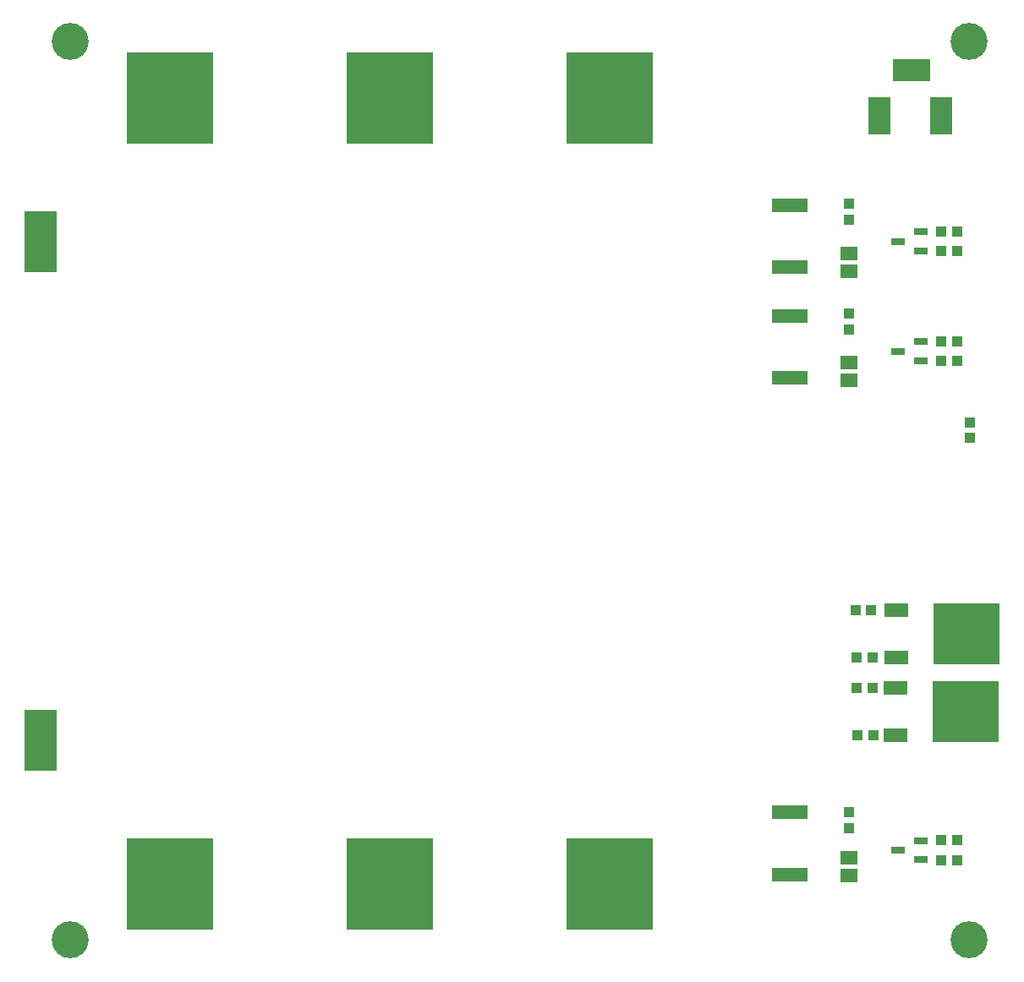
<source format=gbs>
G04*
G04 #@! TF.GenerationSoftware,Altium Limited,Altium Designer,20.0.2 (26)*
G04*
G04 Layer_Color=16711935*
%FSLAX25Y25*%
%MOIN*%
G70*
G01*
G75*
%ADD28R,0.05524X0.02769*%
%ADD29R,0.03950X0.04147*%
%ADD30R,0.04147X0.03950*%
%ADD32R,0.06587X0.05367*%
%ADD34R,0.14265X0.05721*%
%ADD37R,0.34265X0.36233*%
%ADD38R,0.12611X0.24422*%
%ADD39R,0.12611X0.24422*%
%ADD40R,0.14973X0.08674*%
%ADD41R,0.08674X0.14973*%
%ADD42C,0.14580*%
%ADD54R,0.26390X0.24422*%
%ADD55R,0.09461X0.05524*%
D28*
X464004Y413386D02*
D03*
X473004Y409646D02*
D03*
Y417126D02*
D03*
X464004Y370079D02*
D03*
X473004Y366339D02*
D03*
Y373819D02*
D03*
X464004Y173228D02*
D03*
X473004Y169488D02*
D03*
Y176969D02*
D03*
D29*
X487381Y409449D02*
D03*
X481123D02*
D03*
X487381Y417323D02*
D03*
X481123D02*
D03*
X487381Y366142D02*
D03*
X481123D02*
D03*
X487381Y374016D02*
D03*
X481123D02*
D03*
X487381Y169291D02*
D03*
X481123D02*
D03*
X487381Y177165D02*
D03*
X481123D02*
D03*
X447659Y237402D02*
D03*
X453916D02*
D03*
X453522Y268110D02*
D03*
X447265D02*
D03*
X448052Y218504D02*
D03*
X454310D02*
D03*
X447659Y249213D02*
D03*
X453916D02*
D03*
D30*
X444882Y428326D02*
D03*
Y422068D02*
D03*
Y385018D02*
D03*
Y378761D02*
D03*
Y188168D02*
D03*
Y181911D02*
D03*
X492520Y335848D02*
D03*
Y342105D02*
D03*
D32*
X444882Y408583D02*
D03*
Y401575D02*
D03*
X444882Y365709D02*
D03*
Y358701D02*
D03*
Y170433D02*
D03*
Y163425D02*
D03*
D34*
X421260Y403150D02*
D03*
Y427559D02*
D03*
Y359449D02*
D03*
Y383858D02*
D03*
Y163779D02*
D03*
Y188189D02*
D03*
D37*
X263779Y160039D02*
D03*
Y469882D02*
D03*
X177165Y160039D02*
D03*
Y469882D02*
D03*
X350394Y160039D02*
D03*
Y469882D02*
D03*
D38*
X125984Y413386D02*
D03*
D39*
Y216535D02*
D03*
D40*
X469291Y481102D02*
D03*
D41*
X456693Y462992D02*
D03*
X481102D02*
D03*
D42*
X492126Y492126D02*
D03*
Y137795D02*
D03*
X137795Y492126D02*
D03*
Y137795D02*
D03*
D54*
X490945Y258661D02*
D03*
X490732Y227953D02*
D03*
D55*
X463386Y249365D02*
D03*
X463402Y267958D02*
D03*
X463173Y218656D02*
D03*
X463190Y237249D02*
D03*
M02*

</source>
